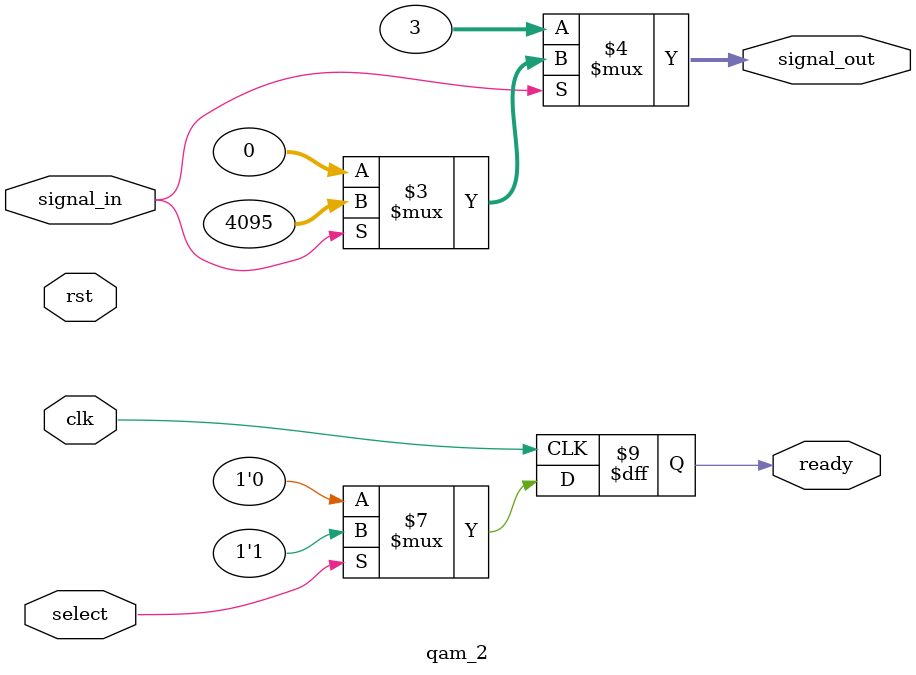
<source format=v>
`timescale 1ns / 1ps


module qam_2(
    input clk,
    input rst, 
    input select,
    input signal_in,
    output [31:0] signal_out,
    output reg ready
    );
    
assign signal_out = (signal_in == 0) ? 32'b00000000000000000000000000000011 : 
                    (signal_in == 1) ? 32'b00000000000000000000111111111111 : 
                                                0;
    
always @ (posedge clk) begin
    if (select) begin
        if (rst) begin
//            signal_out <= 0;
            ready <= 1'b1;
        end
//        case (signal_in) 
//            0 : signal_out <= 32'b00000000000000000000000000000011; // 1 + 0j
//            1 : signal_out <= 32'b00000000000000000000111111111111; // -1 + 0j
//        endcase 
        ready <= 1'b1;
    end
    else begin
        ready <= 1'b0;
    end
end
    
endmodule

</source>
